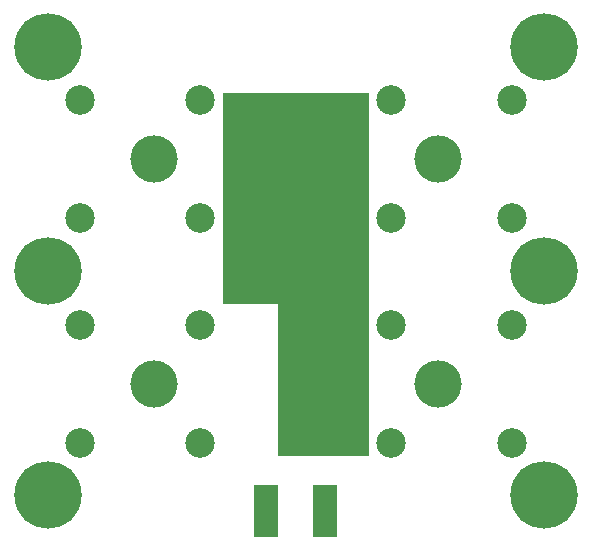
<source format=gbl>
%TF.GenerationSoftware,KiCad,Pcbnew,7.0.9*%
%TF.CreationDate,2024-01-13T21:21:30+01:00*%
%TF.ProjectId,line_injector,6c696e65-5f69-46e6-9a65-63746f722e6b,rev?*%
%TF.SameCoordinates,Original*%
%TF.FileFunction,Copper,L2,Bot*%
%TF.FilePolarity,Positive*%
%FSLAX46Y46*%
G04 Gerber Fmt 4.6, Leading zero omitted, Abs format (unit mm)*
G04 Created by KiCad (PCBNEW 7.0.9) date 2024-01-13 21:21:30*
%MOMM*%
%LPD*%
G01*
G04 APERTURE LIST*
%TA.AperFunction,ComponentPad*%
%ADD10C,5.700000*%
%TD*%
%TA.AperFunction,ComponentPad*%
%ADD11C,2.500000*%
%TD*%
%TA.AperFunction,ComponentPad*%
%ADD12C,4.000000*%
%TD*%
%TA.AperFunction,SMDPad,CuDef*%
%ADD13R,2.000000X4.500000*%
%TD*%
%TA.AperFunction,ViaPad*%
%ADD14C,0.600000*%
%TD*%
G04 APERTURE END LIST*
D10*
%TO.P,H6,1*%
%TO.N,N/C*%
X146000000Y-123000000D03*
%TD*%
%TO.P,H5,1*%
%TO.N,N/C*%
X146000000Y-142000000D03*
%TD*%
%TO.P,H4,1*%
%TO.N,N/C*%
X146000000Y-104000000D03*
%TD*%
%TO.P,H3,1*%
%TO.N,N/C*%
X104000000Y-142000000D03*
%TD*%
%TO.P,H2,1*%
%TO.N,N/C*%
X104000000Y-123000000D03*
%TD*%
%TO.P,H1,1*%
%TO.N,N/C*%
X104000000Y-104000000D03*
%TD*%
D11*
%TO.P,J5,1,Pin_1*%
%TO.N,GND*%
X116900000Y-118500000D03*
X116900000Y-108500000D03*
D12*
X113000000Y-113500000D03*
D11*
X106700000Y-118500000D03*
X106700000Y-108500000D03*
%TD*%
%TO.P,J4,1,Pin_1*%
%TO.N,Net-(J4-Pin_1)*%
X116900000Y-137550000D03*
X116900000Y-127550000D03*
D12*
X113000000Y-132550000D03*
D11*
X106700000Y-137550000D03*
X106700000Y-127550000D03*
%TD*%
%TO.P,J3,1,Pin_1*%
%TO.N,GND*%
X133100000Y-108500000D03*
X133100000Y-118500000D03*
D12*
X137000000Y-113500000D03*
D11*
X143300000Y-108500000D03*
X143300000Y-118500000D03*
%TD*%
D13*
%TO.P,J2,2,Ext*%
%TO.N,GND*%
X127500000Y-143350000D03*
X122500000Y-143350000D03*
%TD*%
D11*
%TO.P,J1,1,Pin_1*%
%TO.N,Net-(J1-Pin_1)*%
X133100000Y-127550000D03*
X133100000Y-137550000D03*
D12*
X137000000Y-132550000D03*
D11*
X143300000Y-127550000D03*
X143300000Y-137550000D03*
%TD*%
D14*
%TO.N,Net-(J1-Pin_1)*%
X129500000Y-133500000D03*
X129500000Y-131500000D03*
X129500000Y-129500000D03*
X125500000Y-127500000D03*
X127500000Y-127500000D03*
X129500000Y-127500000D03*
X130500000Y-124500000D03*
X130500000Y-136500000D03*
X130500000Y-134500000D03*
X130500000Y-132500000D03*
X130500000Y-130500000D03*
X130500000Y-128500000D03*
X130500000Y-126500000D03*
X128500000Y-126500000D03*
X126500000Y-126500000D03*
X124500000Y-126500000D03*
X128500000Y-128500000D03*
X128500000Y-130500000D03*
X128500000Y-132500000D03*
X126500000Y-128500000D03*
X124500000Y-128500000D03*
X127500000Y-129500000D03*
X126500000Y-129500000D03*
X125500000Y-129500000D03*
X124500000Y-129500000D03*
X124500000Y-130500000D03*
X125500000Y-130500000D03*
X126500000Y-130500000D03*
X127500000Y-130500000D03*
X127500000Y-131500000D03*
X126500000Y-131500000D03*
X125500000Y-131500000D03*
X124500000Y-131500000D03*
X127500000Y-133500000D03*
X127500000Y-132500000D03*
X126500000Y-132500000D03*
X126500000Y-133500000D03*
X125500000Y-133500000D03*
X125500000Y-132500000D03*
X124500000Y-132500000D03*
X124500000Y-133500000D03*
%TD*%
%TA.AperFunction,Conductor*%
%TO.N,Net-(J1-Pin_1)*%
G36*
X131159191Y-107918907D02*
G01*
X131195155Y-107968407D01*
X131200000Y-107999000D01*
X131200000Y-138601000D01*
X131181093Y-138659191D01*
X131131593Y-138695155D01*
X131101000Y-138700000D01*
X123599000Y-138700000D01*
X123540809Y-138681093D01*
X123504845Y-138631593D01*
X123500000Y-138601000D01*
X123500000Y-125800001D01*
X123500000Y-125800000D01*
X123499999Y-125800000D01*
X118899000Y-125800000D01*
X118840809Y-125781093D01*
X118804845Y-125731593D01*
X118800000Y-125701000D01*
X118800000Y-107999000D01*
X118818907Y-107940809D01*
X118868407Y-107904845D01*
X118899000Y-107900000D01*
X131101000Y-107900000D01*
X131159191Y-107918907D01*
G37*
%TD.AperFunction*%
%TD*%
M02*

</source>
